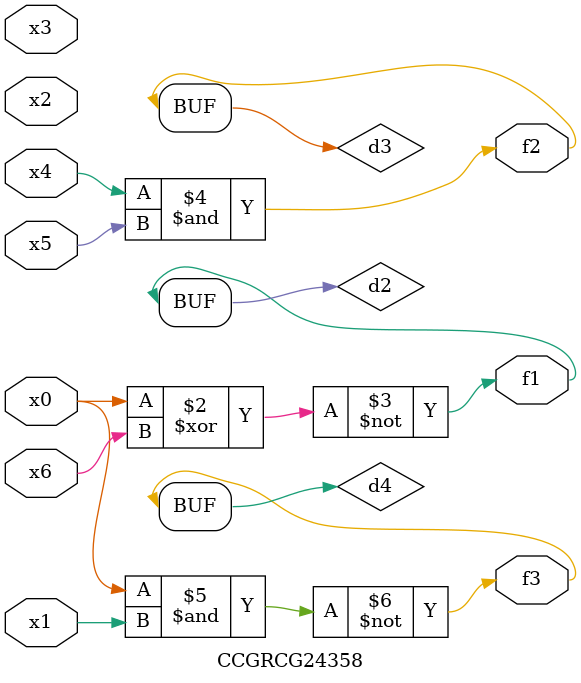
<source format=v>
module CCGRCG24358(
	input x0, x1, x2, x3, x4, x5, x6,
	output f1, f2, f3
);

	wire d1, d2, d3, d4;

	nor (d1, x0);
	xnor (d2, x0, x6);
	and (d3, x4, x5);
	nand (d4, x0, x1);
	assign f1 = d2;
	assign f2 = d3;
	assign f3 = d4;
endmodule

</source>
